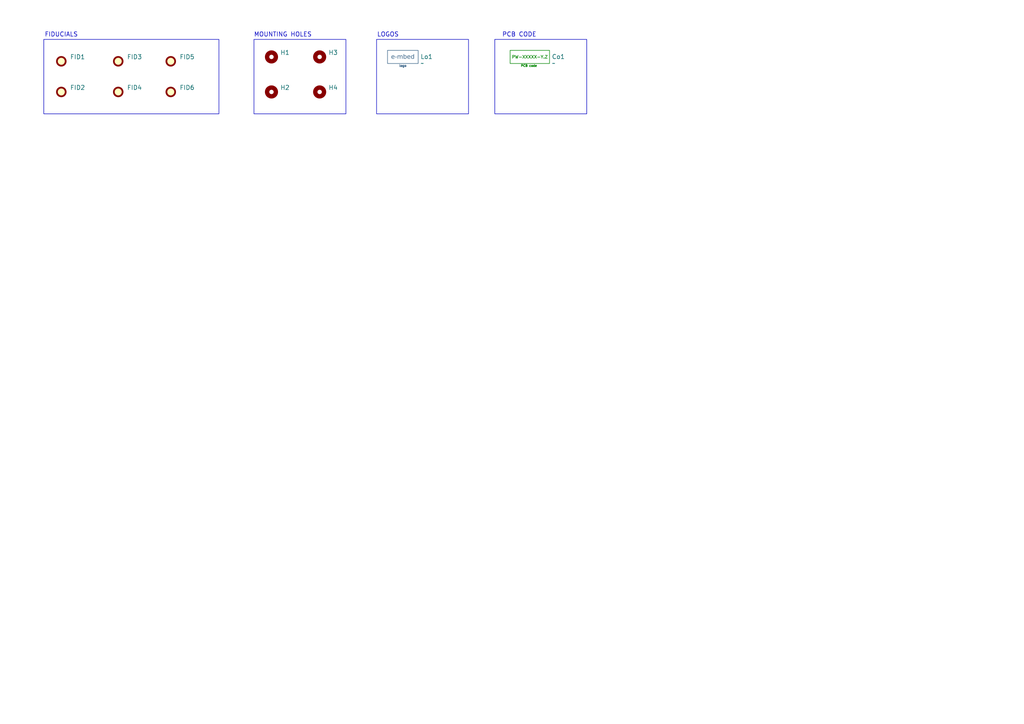
<source format=kicad_sch>
(kicad_sch (version 20231120) (generator "eeschema") (generator_version "8.0")
  (paper "A4")
  (title_block (date "2025-02-10"))
  (lib_symbols
    (symbol "Mechanical:Fiducial" (exclude_from_sim yes) (in_bom no)
      (property "Reference" "FID" (at 0 5.08 0))
      (property "Value" "Fiducial" (at 0 3.175 0))
      (symbol "Fiducial_0_1"
        (circle (center 0 0) (radius 1.27) (stroke (width 0.508)) (fill (type background)))
      )
    )
    (symbol "Mechanical:MountingHole" (pin_names (offset 1.016)) (exclude_from_sim yes) (in_bom no)
      (property "Reference" "H" (at 0 5.08 0))
      (property "Value" "MountingHole" (at 0 3.175 0))
      (symbol "MountingHole_0_1"
        (circle (center 0 0) (radius 1.27) (stroke (width 1.27)))
      )
    )
    (symbol "PCBCode_1" (in_bom no)
      (property "Reference" "Co" (at -4.826 3.048 0))
      (symbol "PCBCode_1_1_1"
        (text "PCB code" (at -0.254 -2.54 0) (effects (font (size 0.635 0.635))))
        (text_box "PW-XXXXX-Y.Z" (at -5.715 1.905 0) (size 11.43 -3.81) (stroke (width 0) (color 0 132 0 1)) (effects (font (size 0.889 0.889))))
      )
    )
    (symbol "e-mbedLogo_1" (pin_numbers hide) (pin_names hide) (exclude_from_sim yes) (in_bom no)
      (property "Reference" "Lo" (at -3.556 3.048 0))
      (symbol "e-mbedLogo_1_1_1"
        (text "logo" (at 0 -2.54 0) (effects (font (size 0.635 0.635))))
        (text_box "e-mbed" (at -4.445 1.905 0) (size 8.89 -3.81) (stroke (width 0) (color 57 99 135 1)) (effects (font (size 1.27 1.27))))
      )
    )
  )
  (rectangle (start 12.7 11.43) (end 63.5 33.02))
  (rectangle (start 73.66 11.43) (end 100.33 33.02))
  (rectangle (start 143.51 11.43) (end 170.18 33.02))
  (rectangle (start 109.22 11.43) (end 135.89 33.02))
  (text "MOUNTING HOLES" (at 82.042 10.16 0) (effects (font (size 1.27 1.27))))
  (text "LOGOS" (at 112.522 10.16 0) (effects (font (size 1.27 1.27))))
  (text "FIDUCIALS" (at 17.78 10.16 0) (effects (font (size 1.27 1.27))))
  (text "PCB CODE" (at 150.622 10.16 0) (effects (font (size 1.27 1.27))))
  (symbol (lib_id "Mechanical:Fiducial") (at 17.78 26.67 0) (unit 1) (exclude_from_sim yes) (in_bom no)
    (property "Reference" "FID2" (at 20.32 25.3999 0) (effects (justify left)))
    (property "Value" "Fiducial" (effects (hide yes)))
    (property "Footprint" "Fiducial:Fiducial_1mm_Mask2mm" (effects (hide yes)))
    (property "Description" "Fiducial Marker" (effects (hide yes)))
  )
  (symbol (lib_name "e-mbedLogo_1") (lib_id "e-mbedLocalLib:e-mbedLogo") (at 116.84 16.51 0) (unit 1) (exclude_from_sim yes) (in_bom no)
    (property "Reference" "Lo1" (at 121.92 16.4478 0) (effects (justify left)))
    (property "Value" "~" (at 121.92 18.3529 0) (effects (justify left)))
    (property "Footprint" "e-mbedLocalLib:e-mbedTextCopperMedium" (effects (hide yes)))
  )
  (symbol (lib_id "Mechanical:Fiducial") (at 34.29 26.67 0) (unit 1) (exclude_from_sim yes) (in_bom no)
    (property "Reference" "FID4" (at 36.83 25.3999 0) (effects (justify left)))
    (property "Value" "Fiducial" (effects (hide yes)))
    (property "Footprint" "Fiducial:Fiducial_1mm_Mask2mm" (effects (hide yes)))
    (property "Description" "Fiducial Marker" (effects (hide yes)))
  )
  (symbol (lib_id "Mechanical:Fiducial") (at 49.53 26.67 0) (unit 1) (exclude_from_sim yes) (in_bom no)
    (property "Reference" "FID6" (at 52.07 25.3999 0) (effects (justify left)))
    (property "Value" "Fiducial" (effects (hide yes)))
    (property "Footprint" "Fiducial:Fiducial_1mm_Mask2mm" (effects (hide yes)))
    (property "Description" "Fiducial Marker" (effects (hide yes)))
  )
  (symbol (lib_id "Mechanical:Fiducial") (at 17.78 17.78 0) (unit 1) (exclude_from_sim yes) (in_bom no)
    (property "Reference" "FID1" (at 20.32 16.5099 0) (effects (justify left)))
    (property "Value" "Fiducial" (effects (hide yes)))
    (property "Footprint" "Fiducial:Fiducial_1mm_Mask2mm" (effects (hide yes)))
    (property "Description" "Fiducial Marker" (effects (hide yes)))
  )
  (symbol (lib_name "PCBCode_1") (lib_id "e-mbedLocalLib:PCBCode") (at 153.67 16.51 0) (unit 1) (in_bom no)
    (property "Reference" "Co1" (at 160.02 16.4478 0) (effects (justify left)))
    (property "Value" "~" (at 160.02 18.3529 0) (effects (justify left)))
    (property "Footprint" "e-mbedLocalLib:PCBCodeCopper" (effects (hide yes)))
  )
  (symbol (lib_id "Mechanical:MountingHole") (at 78.74 26.67 0) (unit 1) (exclude_from_sim yes) (in_bom no)
    (property "Reference" "H2" (at 81.28 25.3999 0) (effects (justify left)))
    (property "Value" "MountingHole" (effects (hide yes)))
    (property "Footprint" "MountingHole:MountingHole_3.2mm_M3_ISO14580" (effects (hide yes)))
    (property "Description" "Mounting Hole without connection" (effects (hide yes)))
  )
  (symbol (lib_id "Mechanical:MountingHole") (at 78.74 16.51 0) (unit 1) (exclude_from_sim yes) (in_bom no)
    (property "Reference" "H1" (at 81.28 15.2399 0) (effects (justify left)))
    (property "Value" "MountingHole" (effects (hide yes)))
    (property "Footprint" "MountingHole:MountingHole_3.2mm_M3_ISO14580" (effects (hide yes)))
    (property "Description" "Mounting Hole without connection" (effects (hide yes)))
  )
  (symbol (lib_id "Mechanical:MountingHole") (at 92.71 16.51 0) (unit 1) (exclude_from_sim yes) (in_bom no)
    (property "Reference" "H3" (at 95.25 15.2399 0) (effects (justify left)))
    (property "Value" "MountingHole" (effects (hide yes)))
    (property "Footprint" "MountingHole:MountingHole_3.2mm_M3_ISO14580" (effects (hide yes)))
    (property "Description" "Mounting Hole without connection" (effects (hide yes)))
  )
  (symbol (lib_id "Mechanical:Fiducial") (at 34.29 17.78 0) (unit 1) (exclude_from_sim yes) (in_bom no)
    (property "Reference" "FID3" (at 36.83 16.5099 0) (effects (justify left)))
    (property "Value" "Fiducial" (effects (hide yes)))
    (property "Footprint" "Fiducial:Fiducial_1mm_Mask2mm" (effects (hide yes)))
    (property "Description" "Fiducial Marker" (effects (hide yes)))
  )
  (symbol (lib_id "Mechanical:MountingHole") (at 92.71 26.67 0) (unit 1) (exclude_from_sim yes) (in_bom no)
    (property "Reference" "H4" (at 95.25 25.3999 0) (effects (justify left)))
    (property "Value" "MountingHole" (effects (hide yes)))
    (property "Footprint" "MountingHole:MountingHole_3.2mm_M3_ISO14580" (effects (hide yes)))
    (property "Description" "Mounting Hole without connection" (effects (hide yes)))
  )
  (symbol (lib_id "Mechanical:Fiducial") (at 49.53 17.78 0) (unit 1) (exclude_from_sim yes) (in_bom no)
    (property "Reference" "FID5" (at 52.07 16.5099 0) (effects (justify left)))
    (property "Value" "Fiducial" (effects (hide yes)))
    (property "Footprint" "Fiducial:Fiducial_1mm_Mask2mm" (effects (hide yes)))
    (property "Description" "Fiducial Marker" (effects (hide yes)))
  )
)
</source>
